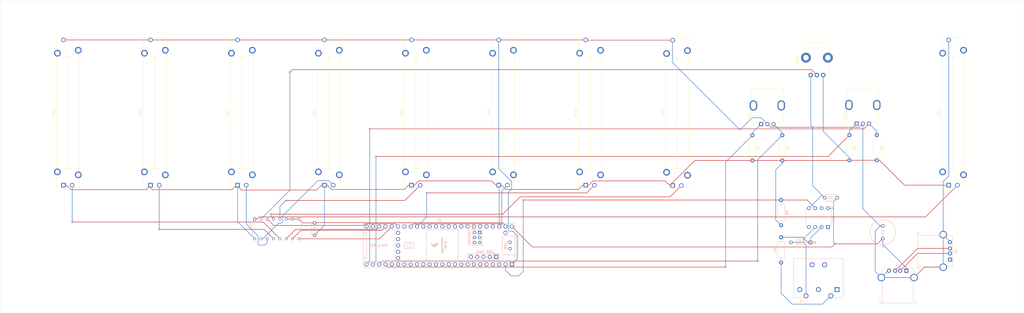
<source format=kicad_pcb>
(kicad_pcb (version 20240108) (generator "pcbnew") (generator_version "8.0")
  (layers (0 "F.Cu" signal) (31 "B.Cu" signal) (34 "B.Paste" user) (35 "F.Paste" user) (36 "B.SilkS" user "B.Silkscreen") (37 "F.SilkS" user "F.Silkscreen") (38 "B.Mask" user) (39 "F.Mask" user) (44 "Edge.Cuts" user))
  (net 0 "")
  (net 1 "GND")
  (net 2 "+5V")
  (net 3 "+3.3V")
  (net 4 "Net-(D1-K)")
  (net 5 "Net-(D1-A)")
  (net 8 "Net-(J1-Pad4)")
  (net 10 "Net-(J2-D+)")
  (net 11 "Net-(J2-D-)")
  (net 13 "Net-(U1-29_TX7)")
  (net 14 "Net-(U1-30_CRX3)")
  (net 15 "Net-(U1-31_CTX3)")
  (net 16 "Net-(U1-32_OUT1B)")
  (net 17 "Net-(U1-0_RX1_CRX2_CS1)")
  (net 18 "Net-(U3-X7)")
  (net 19 "Net-(U3-X6)")
  (net 20 "Net-(U3-X5)")
  (net 21 "Net-(U3-X4)")
  (net 22 "Net-(U3-X3)")
  (net 23 "Net-(U3-X2)")
  (net 24 "Net-(U3-X1)")
  (net 25 "Net-(U3-X0)")
  (net 26 "Net-(U1-40_A16)")
  (net 27 "Net-(U1-41_A17)")
  (net 34 "Net-(U1-35_TX8)")
  (net 36 "Net-(U1-20_A6_TX5_LRCLK1)")
  (net 40 "Net-(U1-19_A5_SCL)")
  (net 43 "Net-(U1-38_CS1_IN1)")
  (net 44 "Net-(U1-21_A7_RX5_BCLK1)")
  (net 47 "Net-(U1-13_SCK_LED)")
  (net 50 "Net-(U1-15_A1_RX3_SPDIF_IN)")
  (net 53 "Net-(U1-12_MISO_MQSL)")
  (net 55 "Net-(U1-8_TX2_IN1)")
  (net 56 "Net-(U1-7_RX2_OUT1A)")
  (net 58 "Net-(U1-11_MOSI_CTX1)")
  (net 59 "Net-(U1-36_CS)")
  (net 61 "Net-(U1-23_A9_CRX1_MCLK1)")
  (net 62 "Net-(U1-37_CS)")
  (net 67 "Net-(U1-6_OUT1D)")
  (net 69 "Net-(U1-10_CS_MQSR)")
  (net 71 "Net-(U1-18_A4_SDA)")
  (footprint "Resistor_THT:R_Axial_DIN0207_L6.3mm_D2.5mm_P10.16mm_Horizontal" (layer "F.Cu") (at 399.075 129.17 -90)
    (property "Reference" "R3")
    (property "Value" "10k")
  )
  (footprint "Resistor_THT:R_Axial_DIN0207_L6.3mm_D2.5mm_P10.16mm_Horizontal" (layer "F.Cu") (at 410.075 129.17 -90)
    (property "Reference" "R4")
    (property "Value" "10k")
  )
  (footprint "Potentiometer_THT:Potentiometer_Bourns_PTA4543_Single_Slide" (layer "F.Cu") (at 439 149.35 90)
    (property "Reference" "RV4")
    (property "Value" "Volume Input 10k")
  )
  (footprint "Potentiometer_THT:Potentiometer_Bourns_PTA4543_Single_Slide" (layer "F.Cu") (at 118.05 149.35 90)
    (property "Reference" "RV8")
    (property "Value" "Amp Envelope Sustain Input 10k")
  )
  (footprint "Resistor_THT:R_Axial_DIN0207_L6.3mm_D2.5mm_P10.16mm_Horizontal" (layer "F.Cu") (at 360.075 129.25 -90)
    (property "Reference" "R1")
    (property "Value" "10k")
  )
  (footprint "Potentiometer_THT:Potentiometer_Bourns_PTA4543_Single_Slide" (layer "F.Cu") (at 258.05 149.35 90)
    (property "Reference" "RV9")
    (property "Value" "Cutoff Input 10k")
  )
  (footprint "Potentiometer_THT:Potentiometer_Bourns_PTV09A-1_Single_Vertical" (layer "F.Cu") (at 388.5 105 90)
    (property "Reference" "RV2")
    (property "Value" "Oscillator Mix Input 10k")
  )
  (footprint "Potentiometer_THT:Potentiometer_Bourns_PTA4543_Single_Slide" (layer "F.Cu") (at 328 149.5 90)
    (property "Reference" "RV1")
    (property "Value" "Detune Input 10k")
  )
  (footprint "Potentiometer_THT:Potentiometer_Bourns_PTA4543_Single_Slide" (layer "F.Cu") (at 293.05 149.35 90)
    (property "Reference" "RV10")
    (property "Value" "Pulse Width Input 10k")
  )
  (footprint "Rotary_Encoder:RotaryEncoder_Bourns_Vertical_PEC12R-3x17F-Nxxxx" (layer "F.Cu") (at 401.975 124.55 90)
    (property "Reference" "SW1")
    (property "Value" "Oscillator A Waveform")
  )
  (footprint "Potentiometer_THT:Potentiometer_Bourns_PTA4543_Single_Slide" (layer "F.Cu") (at 153.05 149.35 90)
    (property "Reference" "RV7")
    (property "Value" "Amp Envelope Decay Input 10k")
  )
  (footprint "Rotary_Encoder:RotaryEncoder_Bourns_Vertical_PEC12R-3x17F-Nxxxx" (layer "F.Cu") (at 363.575 124.75 90)
    (property "Reference" "SW2")
    (property "Value" "Oscillator B Waveform")
  )
  (footprint "Resistor_THT:R_Axial_DIN0207_L6.3mm_D2.5mm_P10.16mm_Horizontal" (layer "F.Cu") (at 372.075 129.25 -90)
    (property "Reference" "R2")
    (property "Value" "10k")
  )
  (footprint "Potentiometer_THT:Potentiometer_Bourns_PTA4543_Single_Slide" (layer "F.Cu") (at 188 149.35 90)
    (property "Reference" "RV6")
    (property "Value" "Amp Envelope Attack Input 10k")
  )
  (footprint "Potentiometer_THT:Potentiometer_Bourns_PTA4543_Single_Slide" (layer "F.Cu") (at 223 149.35 90)
    (property "Reference" "RV3")
    (property "Value" "Resonance Input 10k")
  )
  (footprint "Potentiometer_THT:Potentiometer_Bourns_PTA4543_Single_Slide" (layer "F.Cu") (at 83.05 149.35 90)
    (property "Reference" "RV5")
    (property "Value" "Amp Envelope Release Input 10k")
  )
  (footprint "Diodes:DO-35_02_VIS" (layer "B.Cu") (at 383.3819 172.41 180)
    (property "Reference" "D1")
    (property "Value" "1N4148")
  )
  (footprint "Resistor_THT:R_Axial_DIN0207_L6.3mm_D2.5mm_P10.16mm_Horizontal" (layer "B.Cu") (at 371.595 170.33 -90)
    (property "Reference" "R5")
    (property "Value" "220")
  )
  (footprint "Through Hole Cap:radial_cap_med" (layer "B.Cu") (at 412.475 170.825 90)
    (property "Reference" "C2")
    (property "Value" "100 uF")
  )
  (footprint "Through Hole IC:CD4051BE" (layer "B.Cu") (at 168.81 166.97 -90)
    (property "Reference" "U3")
    (property "Value" "CD4051B")
  )
  (footprint "Through Hole Cap:radial_cap" (layer "B.Cu") (at 184 169.5 90)
    (property "Reference" "C3")
    (property "Value" "0.1 uF")
  )
  (footprint "Through Hole IC:6N138" (layer "B.Cu") (at 386.595 162.41 90)
    (property "Reference" "U4")
    (property "Value" "6N138")
  )
  (footprint "Through Hole Cap:radial_cap" (layer "B.Cu") (at 389.095 154.41)
    (property "Reference" "C1")
    (property "Value" "0.1 uF")
  )
  (footprint "Teensy:Teensy41" (layer "B.Cu") (at 234.11 173.62 180)
    (property "Reference" "U1")
    (property "Value" "Teensy4.1")
  )
  (footprint "Connectors:MIDI" (layer "B.Cu") (at 386.595 186.41)
    (property "Reference" "J1")
    (property "Value" "MIDI Input")
  )
  (footprint "Connector_USB:USB_A_Stewart_SS-52100-001_Horizontal" (layer "B.Cu") (at 439.485 179.325 90)
    (property "Reference" "J3")
    (property "Value" "USB Breakout")
  )
  (footprint "Connector_USB:USB_A_Stewart_SS-52100-001_Horizontal" (layer "B.Cu") (at 421.975 183.835 180)
    (property "Reference" "J2")
    (property "Value" "USB Input")
  )
  (footprint "Resistor_THT:R_Axial_DIN0207_L6.3mm_D2.5mm_P10.16mm_Horizontal" (layer "B.Cu") (at 371.595 165.49 90)
    (property "Reference" "R6")
    (property "Value" "470")
  )
  (gr_rect (start 57.55 74.8) (end 469.25 200.775) (stroke (width 0.05)) (fill none) (layer "Edge.Cuts"))
  (segment (start 327.925 90.925) (end 328 91) (width 0.5) (layer "F.Cu") (net 1))
  (segment (start 293.125 90.925) (end 293.05 90.85) (width 0.2) (layer "F.Cu") (net 1))
  (segment (start 177.7 163) (end 179.2 164.5) (width 0.2) (layer "F.Cu") (net 1))
  (segment (start 223 90.85) (end 188 90.85) (width 0.2) (layer "F.Cu") (net 1))
  (segment (start 175.16 163) (end 172.62 163) (width 0.2) (layer "F.Cu") (net 1))
  (segment (start 436.775 182.395) (end 429.195 182.395) (width 0.2) (layer "F.Cu") (net 1))
  (segment (start 260.78 165.685) (end 259.512 164.417) (width 0.2) (layer "F.Cu") (net 1))
  (segment (start 153.05 90.85) (end 118.05 90.85) (width 0.2) (layer "F.Cu") (net 1))
  (segment (start 327.925 90.925) (end 293.125 90.925) (width 0.2) (layer "F.Cu") (net 1))
  (segment (start 260.78 166) (end 260.78 165.685) (width 0.2) (layer "F.Cu") (net 1))
  (segment (start 83.05 90.85) (end 118.05 90.85) (width 0.2) (layer "F.Cu") (net 1))
  (segment (start 188 90.85) (end 153.05 90.85) (width 0.2) (layer "F.Cu") (net 1))
  (segment (start 293.05 90.85) (end 258.05 90.85) (width 0.2) (layer "F.Cu") (net 1))
  (segment (start 429.195 182.395) (end 425.045 186.545) (width 0.2) (layer "F.Cu") (net 1))
  (segment (start 184.083 164.417) (end 184 164.5) (width 0.2) (layer "F.Cu") (net 1))
  (segment (start 259.512 164.417) (end 184.083 164.417) (width 0.2) (layer "F.Cu") (net 1))
  (segment (start 177.7 163) (end 175.16 163) (width 0.2) (layer "F.Cu") (net 1))
  (segment (start 258.05 90.85) (end 223 90.85) (width 0.2) (layer "F.Cu") (net 1))
  (segment (start 425.045 186.545) (end 411.905 186.545) (width 0.2) (layer "F.Cu") (net 1))
  (segment (start 179.2 164.5) (end 184 164.5) (width 0.2) (layer "F.Cu") (net 1))
  (segment (start 327.85 90.85) (end 327.925 90.925) (width 0.5) (layer "F.Cu") (net 1))
  (segment (start 384.286 126.048) (end 402.977 126.048) (width 0.2) (layer "F.Cu") (net 1))
  (segment (start 367.373 126.048) (end 384.286 126.048) (width 0.2) (layer "F.Cu") (net 1))
  (segment (start 366.075 124.75) (end 367.373 126.048) (width 0.2) (layer "F.Cu") (net 1))
  (segment (start 402.977 126.048) (end 404.475 124.55) (width 0.2) (layer "F.Cu") (net 1))
  (via (at 384.286 126.048) (size 0.6) (drill 0.3) (layers "F.Cu" "B.Cu") (net 1))
  (segment (start 411.461 165.825) (end 409.425 167.861) (width 0.2) (layer "B.Cu") (net 1))
  (segment (start 263.25 150.875) (end 263.25 147.911) (width 0.2) (layer "B.Cu") (net 1))
  (segment (start 439 145.7) (end 436.775 147.925) (width 0.2) (layer "B.Cu") (net 1))
  (segment (start 258.05 142.711) (end 258.05 90.85) (width 0.2) (layer "B.Cu") (net 1))
  (segment (start 388.035 153.35) (end 389.095 154.41) (width 0.2) (layer "B.Cu") (net 1))
  (segment (start 263.32 181.24) (end 265.45 179.11) (width 0.2) (layer "B.Cu") (net 1))
  (segment (start 261.9 166.014) (end 261.886 166) (width 0.2) (layer "B.Cu") (net 1))
  (segment (start 436.775 147.925) (end 436.775 169.255) (width 0.2) (layer "B.Cu") (net 1))
  (segment (start 355.075 127.075) (end 359.95 122.2) (width 0.2) (layer "B.Cu") (net 1))
  (segment (start 262.475 167.875) (end 261.9 167.3) (width 0.2) (layer "B.Cu") (net 1))
  (segment (start 327.85 90.85) (end 327.925 90.925) (width 0.2) (layer "B.Cu") (net 1))
  (segment (start 359.95 122.2) (end 363.525 122.2) (width 0.2) (layer "B.Cu") (net 1))
  (segment (start 411.461 165.825) (end 412.475 165.825) (width 0.2) (layer "B.Cu") (net 1))
  (segment (start 265.45 179.11) (end 265.45 169.564) (width 0.2) (layer "B.Cu") (net 1))
  (segment (start 261.9 167.3) (end 261.9 166.014) (width 0.2) (layer "B.Cu") (net 1))
  (segment (start 388.035 153.35) (end 382.785 158.6) (width 0.2) (layer "B.Cu") (net 1))
  (segment (start 327.925 90.925) (end 328 91) (width 0.2) (layer "B.Cu") (net 1))
  (segment (start 383.5 125.262) (end 384.286 126.048) (width 0.2) (layer "B.Cu") (net 1))
  (segment (start 263.761 167.875) (end 262.475 167.875) (width 0.2) (layer "B.Cu") (net 1))
  (segment (start 363.525 122.2) (end 366.075 124.75) (width 0.2) (layer "B.Cu") (net 1))
  (segment (start 411.905 186.545) (end 414.615 183.835) (width 0.2) (layer "B.Cu") (net 1))
  (segment (start 327.925 99.925) (end 355.075 127.075) (width 0.2) (layer "B.Cu") (net 1))
  (segment (start 436.775 169.255) (end 439.485 171.965) (width 0.2) (layer "B.Cu") (net 1))
  (segment (start 265.45 169.564) (end 263.761 167.875) (width 0.2) (layer "B.Cu") (net 1))
  (segment (start 409.425 167.861) (end 409.425 184.065) (width 0.2) (layer "B.Cu") (net 1))
  (segment (start 414.615 183.835) (end 414.975 183.835) (width 0.2) (layer "B.Cu") (net 1))
  (segment (start 404.475 158.839) (end 411.461 165.825) (width 0.2) (layer "B.Cu") (net 1))
  (segment (start 439.485 171.965) (end 439.485 172.325) (width 0.2) (layer "B.Cu") (net 1))
  (segment (start 409.425 184.065) (end 411.905 186.545) (width 0.2) (layer "B.Cu") (net 1))
  (segment (start 384.286 149.601) (end 388.035 153.35) (width 0.2) (layer "B.Cu") (net 1))
  (segment (start 261.886 152.239) (end 263.25 150.875) (width 0.2) (layer "B.Cu") (net 1))
  (segment (start 263.25 147.911) (end 258.05 142.711) (width 0.2) (layer "B.Cu") (net 1))
  (segment (start 384.286 126.048) (end 384.286 149.601) (width 0.2) (layer "B.Cu") (net 1))
  (segment (start 327.925 90.925) (end 327.925 99.925) (width 0.2) (layer "B.Cu") (net 1))
  (segment (start 261.886 166) (end 261.886 152.239) (width 0.2) (layer "B.Cu") (net 1))
  (segment (start 260.78 166) (end 261.886 166) (width 0.2) (layer "B.Cu") (net 1))
  (segment (start 383.5 105) (end 383.5 125.262) (width 0.2) (layer "B.Cu") (net 1))
  (segment (start 439 90.85) (end 439 145.7) (width 0.2) (layer "B.Cu") (net 1))
  (segment (start 404.475 124.55) (end 404.475 158.839) (width 0.2) (layer "B.Cu") (net 1))
  (segment (start 436.775 182.395) (end 436.775 169.255) (width 0.2) (layer "B.Cu") (net 1))
  (segment (start 391.988 174.25) (end 393.24 172.998) (width 0.2) (layer "F.Cu") (net 2))
  (segment (start 393.24 172.998) (end 410.302 172.998) (width 0.2) (layer "F.Cu") (net 2))
  (segment (start 271.57 174.25) (end 391.988 174.25) (width 0.2) (layer "F.Cu") (net 2))
  (segment (start 263.32 166) (end 271.57 174.25) (width 0.2) (layer "F.Cu") (net 2))
  (segment (start 410.302 172.998) (end 412.475 170.825) (width 0.2) (layer "F.Cu") (net 2))
  (via (at 393.24 172.998) (size 0.6) (drill 0.3) (layers "F.Cu" "B.Cu") (net 2))
  (segment (start 392.66 158.6) (end 392.66 172.418) (width 0.2) (layer "B.Cu") (net 2))
  (segment (start 392.66 158.6) (end 390.405 158.6) (width 0.2) (layer "B.Cu") (net 2))
  (segment (start 392.66 172.418) (end 393.24 172.998) (width 0.2) (layer "B.Cu") (net 2))
  (segment (start 421.975 183.835) (end 421.975 182.733) (width 0.2) (layer "B.Cu") (net 2))
  (segment (start 392.66 155.846) (end 392.66 158.6) (width 0.2) (layer "B.Cu") (net 2))
  (segment (start 412.475 173.233) (end 412.475 170.825) (width 0.2) (layer "B.Cu") (net 2))
  (segment (start 394.095 154.41) (end 392.66 155.846) (width 0.2) (layer "B.Cu") (net 2))
  (segment (start 421.975 182.733) (end 412.475 173.233) (width 0.2) (layer "B.Cu") (net 2))
  (segment (start 118.05 149.35) (end 118.05 150.475) (width 0.2) (layer "F.Cu") (net 3))
  (segment (start 190.877 151.05) (end 189.177 149.35) (width 0.2) (layer "F.Cu") (net 3))
  (segment (start 360.075 139.41) (end 372.075 139.41) (width 0.2) (layer "F.Cu") (net 3))
  (segment (start 224.177 149.35) (end 225.902 147.625) (width 0.2) (layer "F.Cu") (net 3))
  (segment (start 328 149.5) (end 326.823 149.5) (width 0.2) (layer "F.Cu") (net 3))
  (segment (start 225.902 147.625) (end 255.148 147.625) (width 0.2) (layer "F.Cu") (net 3))
  (segment (start 294.227 149.35) (end 295.952 147.625) (width 0.2) (layer "F.Cu") (net 3))
  (segment (start 260.952 151.075) (end 259.227 149.35) (width 0.2) (layer "F.Cu") (net 3))
  (segment (start 336.913 139.41) (end 360.075 139.41) (width 0.2) (layer "F.Cu") (net 3))
  (segment (start 86.0267 151.15) (end 116.525 151.15) (width 0.2) (layer "F.Cu") (net 3))
  (segment (start 154.625 151.325) (end 152.65 149.35) (width 0.2) (layer "F.Cu") (net 3))
  (segment (start 293.05 149.35) (end 291.873 149.35) (width 0.2) (layer "F.Cu") (net 3))
  (segment (start 223 149.35) (end 224.177 149.35) (width 0.2) (layer "F.Cu") (net 3))
  (segment (start 116.525 151.15) (end 116.525 150.875) (width 0.2) (layer "F.Cu") (net 3))
  (segment (start 184.848 151.325) (end 154.625 151.325) (width 0.2) (layer "F.Cu") (net 3))
  (segment (start 293.05 149.35) (end 294.227 149.35) (width 0.2) (layer "F.Cu") (net 3))
  (segment (start 116.525 150.875) (end 118.05 149.35) (width 0.2) (layer "F.Cu") (net 3))
  (segment (start 411.177 139.33) (end 421.197 149.35) (width 0.2) (layer "F.Cu") (net 3))
  (segment (start 223 149.35) (end 221.823 149.35) (width 0.2) (layer "F.Cu") (net 3))
  (segment (start 255.148 147.625) (end 256.873 149.35) (width 0.2) (layer "F.Cu") (net 3))
  (segment (start 410.075 139.33) (end 411.177 139.33) (width 0.2) (layer "F.Cu") (net 3))
  (segment (start 152.65 149.35) (end 153.05 149.35) (width 0.5) (layer "F.Cu") (net 3))
  (segment (start 259.227 149.35) (end 258.05 149.35) (width 0.2) (layer "F.Cu") (net 3))
  (segment (start 291.873 149.35) (end 290.148 151.075) (width 0.2) (layer "F.Cu") (net 3))
  (segment (start 86.0267 151.15) (end 84.2267 149.35) (width 0.2) (layer "F.Cu") (net 3))
  (segment (start 295.952 147.625) (end 324.948 147.625) (width 0.2) (layer "F.Cu") (net 3))
  (segment (start 220.123 151.05) (end 190.877 151.05) (width 0.2) (layer "F.Cu") (net 3))
  (segment (start 118.05 150.475) (end 118.725 151.15) (width 0.2) (layer "F.Cu") (net 3))
  (segment (start 188 149.35) (end 186.823 149.35) (width 0.2) (layer "F.Cu") (net 3))
  (segment (start 372.075 139.41) (end 397.893 139.41) (width 0.2) (layer "F.Cu") (net 3))
  (segment (start 150.85 151.15) (end 152.65 149.35) (width 0.2) (layer "F.Cu") (net 3))
  (segment (start 118.725 151.15) (end 150.85 151.15) (width 0.2) (layer "F.Cu") (net 3))
  (segment (start 256.873 149.35) (end 258.05 149.35) (width 0.2) (layer "F.Cu") (net 3))
  (segment (start 410.075 139.33) (end 399.075 139.33) (width 0.2) (layer "F.Cu") (net 3))
  (segment (start 186.823 149.35) (end 184.848 151.325) (width 0.2) (layer "F.Cu") (net 3))
  (segment (start 290.148 151.075) (end 260.952 151.075) (width 0.2) (layer "F.Cu") (net 3))
  (segment (start 324.948 147.625) (end 326.823 149.5) (width 0.2) (layer "F.Cu") (net 3))
  (segment (start 189.177 149.35) (end 188 149.35) (width 0.2) (layer "F.Cu") (net 3))
  (segment (start 84.2267 149.35) (end 83.05 149.35) (width 0.2) (layer "F.Cu") (net 3))
  (segment (start 421.197 149.35) (end 439 149.35) (width 0.2) (layer "F.Cu") (net 3))
  (segment (start 221.823 149.35) (end 220.123 151.05) (width 0.2) (layer "F.Cu") (net 3))
  (segment (start 397.893 139.41) (end 397.973 139.33) (width 0.2) (layer "F.Cu") (net 3))
  (segment (start 397.973 139.33) (end 399.075 139.33) (width 0.2) (layer "F.Cu") (net 3))
  (segment (start 326.823 149.5) (end 336.913 139.41) (width 0.2) (layer "F.Cu") (net 3))
  (segment (start 388.5 127.653) (end 388.5 105) (width 0.2) (layer "B.Cu") (net 3))
  (segment (start 258.05 150.527) (end 258.24 150.717) (width 0.2) (layer "B.Cu") (net 3))
  (segment (start 153.05 164.07) (end 159.92 170.94) (width 0.2) (layer "B.Cu") (net 3))
  (segment (start 258.05 149.35) (end 258.05 150.527) (width 0.2) (layer "B.Cu") (net 3))
  (segment (start 399.075 138.228) (end 388.5 127.653) (width 0.2) (layer "B.Cu") (net 3))
  (segment (start 258.24 150.717) (end 258.24 166) (width 0.2) (layer "B.Cu") (net 3))
  (segment (start 153.05 149.35) (end 153.05 164.07) (width 0.2) (layer "B.Cu") (net 3))
  (segment (start 188 149.35) (end 188 165.5) (width 0.2) (layer "B.Cu") (net 3))
  (segment (start 399.075 139.33) (end 399.075 138.228) (width 0.2) (layer "B.Cu") (net 3))
  (segment (start 369.45 143.137) (end 369.45 163.345) (width 0.2) (layer "B.Cu") (net 3))
  (segment (start 372.075 140.512) (end 369.45 143.137) (width 0.2) (layer "B.Cu") (net 3))
  (segment (start 369.45 163.345) (end 371.595 165.49) (width 0.2) (layer "B.Cu") (net 3))
  (segment (start 372.075 139.41) (end 372.075 140.512) (width 0.2) (layer "B.Cu") (net 3))
  (segment (start 188 165.5) (end 184 169.5) (width 0.2) (layer "B.Cu") (net 3))
  (segment (start 382.382 172.41) (end 383.3819 172.41) (width 0.2) (layer "F.Cu") (net 4))
  (segment (start 371.595 170.33) (end 380.302 170.33) (width 0.2) (layer "F.Cu") (net 4))
  (segment (start 383.382 172.41) (end 383.3819 172.41) (width 0.2) (layer "F.Cu") (net 4))
  (segment (start 380.302 170.33) (end 382.382 172.41) (width 0.2) (layer "F.Cu") (net 4))
  (segment (start 387.865 166.22) (end 383.382 170.703) (width 0.2) (layer "B.Cu") (net 4))
  (segment (start 383.382 170.703) (end 383.382 172.41) (width 0.2) (layer "B.Cu") (net 4))
  (segment (start 383.3819 172.41) (end 383.382 172.41) (width 0.2) (layer "B.Cu") (net 4))
  (segment (start 380.645 172.41) (end 381.595 173.36) (width 0.2) (layer "B.Cu") (net 5))
  (segment (start 380.645 172.41) (end 375.559 172.41) (width 0.2) (layer "B.Cu") (net 5))
  (segment (start 380.645 170.9) (end 380.645 172.41) (width 0.2) (layer "B.Cu") (net 5))
  (segment (start 381.595 173.36) (end 381.595 193.91) (width 0.2) (layer "B.Cu") (net 5))
  (segment (start 385.325 166.22) (end 380.645 170.9) (width 0.2) (layer "B.Cu") (net 5))
  (segment (start 375.559 172.41) (end 375.5587 172.41) (width 0.2) (layer "B.Cu") (net 5))
  (segment (start 376.025 197.275) (end 388.23 197.275) (width 0.2) (layer "B.Cu") (net 8))
  (segment (start 371.595 180.49) (end 371.595 192.845) (width 0.2) (layer "B.Cu") (net 8))
  (segment (start 371.595 192.845) (end 376.025 197.275) (width 0.2) (layer "B.Cu") (net 8))
  (segment (start 388.23 197.275) (end 391.595 193.91) (width 0.2) (layer "B.Cu") (net 8))
  (segment (start 426.485 174.825) (end 439.485 174.825) (width 0.2) (layer "F.Cu") (net 10))
  (segment (start 417.475 183.835) (end 426.485 174.825) (width 0.2) (layer "F.Cu") (net 10))
  (segment (start 419.475 183.835) (end 426.485 176.825) (width 0.2) (layer "F.Cu") (net 11))
  (segment (start 426.485 176.825) (end 439.485 176.825) (width 0.2) (layer "F.Cu") (net 11))
  (segment (start 212.52 181.24) (end 213.622 182.342) (width 0.2) (layer "F.Cu") (net 13))
  (segment (start 213.622 182.342) (end 349.284 182.342) (width 0.2) (layer "F.Cu") (net 13))
  (via (at 349.284 182.342) (size 0.6) (drill 0.3) (layers "F.Cu" "B.Cu") (net 13))
  (segment (start 349.284 140.041) (end 349.284 182.342) (width 0.2) (layer "B.Cu") (net 13))
  (segment (start 363.575 124.75) (end 360.075 128.25) (width 0.2) (layer "B.Cu") (net 13))
  (segment (start 360.075 129.25) (end 349.284 140.041) (width 0.2) (layer "B.Cu") (net 13))
  (segment (start 360.075 128.25) (end 360.075 129.25) (width 0.2) (layer "B.Cu") (net 13))
  (segment (start 211.308 179.912) (end 209.98 181.24) (width 0.2) (layer "F.Cu") (net 14))
  (segment (start 362.186 179.912) (end 211.308 179.912) (width 0.2) (layer "F.Cu") (net 14))
  (via (at 362.186 179.912) (size 0.6) (drill 0.3) (layers "F.Cu" "B.Cu") (net 14))
  (segment (start 362.186 139.139) (end 362.186 179.912) (width 0.2) (layer "B.Cu") (net 14))
  (segment (start 372.075 129.25) (end 362.186 139.139) (width 0.2) (layer "B.Cu") (net 14))
  (segment (start 368.575 124.75) (end 372.075 128.25) (width 0.2) (layer "B.Cu") (net 14))
  (segment (start 372.075 128.25) (end 372.075 129.25) (width 0.2) (layer "B.Cu") (net 14))
  (segment (start 390.46 137.785) (end 208.704 137.785) (width 0.2) (layer "F.Cu") (net 15))
  (segment (start 399.075 129.17) (end 390.46 137.785) (width 0.2) (layer "F.Cu") (net 15))
  (via (at 208.704 137.785) (size 0.6) (drill 0.3) (layers "F.Cu" "B.Cu") (net 15))
  (segment (start 208.704 179.976) (end 208.704 137.785) (width 0.2) (layer "B.Cu") (net 15))
  (segment (start 207.44 181.24) (end 208.704 179.976) (width 0.2) (layer "B.Cu") (net 15))
  (segment (start 401.975 124.55) (end 399.075 127.45) (width 0.2) (layer "B.Cu") (net 15))
  (segment (start 399.075 127.45) (end 399.075 129.17) (width 0.2) (layer "B.Cu") (net 15))
  (segment (start 404.868 126.657) (end 206.17 126.657) (width 0.2) (layer "F.Cu") (net 16))
  (segment (start 406.975 124.55) (end 404.868 126.657) (width 0.2) (layer "F.Cu") (net 16))
  (via (at 206.17 126.657) (size 0.6) (drill 0.3) (layers "F.Cu" "B.Cu") (net 16))
  (segment (start 406.975 124.55) (end 410.075 127.65) (width 0.2) (layer "B.Cu") (net 16))
  (segment (start 410.075 127.65) (end 410.075 129.17) (width 0.2) (layer "B.Cu") (net 16))
  (segment (start 204.9 181.24) (end 206.17 179.97) (width 0.2) (layer "B.Cu") (net 16))
  (segment (start 206.17 179.97) (end 206.17 126.657) (width 0.2) (layer "B.Cu") (net 16))
  (segment (start 382.055 155.33) (end 385.325 158.6) (width 0.2) (layer "F.Cu") (net 17))
  (segment (start 267.89 155.33) (end 371.595 155.33) (width 0.2) (layer "F.Cu") (net 17))
  (segment (start 371.595 155.33) (end 382.055 155.33) (width 0.2) (layer "F.Cu") (net 17))
  (via (at 267.89 155.33) (size 0.6) (drill 0.3) (layers "F.Cu" "B.Cu") (net 17))
  (segment (start 266.125 185.875) (end 267.89 184.11) (width 0.2) (layer "B.Cu") (net 17))
  (segment (start 260.78 181.24) (end 260.78 183.655) (width 0.2) (layer "B.Cu") (net 17))
  (segment (start 260.78 183.655) (end 263 185.875) (width 0.2) (layer "B.Cu") (net 17))
  (segment (start 267.89 184.11) (end 267.89 155.33) (width 0.2) (layer "B.Cu") (net 17))
  (segment (start 263 185.875) (end 266.125 185.875) (width 0.2) (layer "B.Cu") (net 17))
  (segment (start 259.685 161.026) (end 266.677 154.034) (width 0.2) (layer "F.Cu") (net 18))
  (segment (start 166.508 161.026) (end 259.685 161.026) (width 0.2) (layer "F.Cu") (net 18))
  (segment (start 326.966 154.034) (end 331.5 149.5) (width 0.2) (layer "F.Cu") (net 18))
  (segment (start 266.677 154.034) (end 326.966 154.034) (width 0.2) (layer "F.Cu") (net 18))
  (via (at 166.508 161.026) (size 0.6) (drill 0.3) (layers "F.Cu" "B.Cu") (net 18))
  (segment (start 167.54 163) (end 166.508 161.968) (width 0.2) (layer "B.Cu") (net 18))
  (segment (start 166.508 161.968) (end 166.508 161.026) (width 0.2) (layer "B.Cu") (net 18))
  (segment (start 175.047 102.825) (end 174.08 103.792) (width 0.2) (layer "F.Cu") (net 19))
  (segment (start 386 105) (end 383.825 102.825) (width 0.2) (layer "F.Cu") (net 19))
  (segment (start 383.825 102.825) (end 175.047 102.825) (width 0.2) (layer "F.Cu") (net 19))
  (via (at 174.08 103.792) (size 0.6) (drill 0.3) (layers "F.Cu" "B.Cu") (net 19))
  (segment (start 174.08 151.38) (end 174.08 103.792) (width 0.2) (layer "B.Cu") (net 19))
  (segment (start 162.46 163) (end 174.08 151.38) (width 0.2) (layer "B.Cu") (net 19))
  (segment (start 220.358 155.492) (end 172.465 155.492) (width 0.2) (layer "F.Cu") (net 20))
  (segment (start 226.5 149.35) (end 220.358 155.492) (width 0.2) (layer "F.Cu") (net 20))
  (via (at 172.465 155.492) (size 0.6) (drill 0.3) (layers "F.Cu" "B.Cu") (net 20))
  (segment (start 172.465 155.492) (end 170.08 157.878) (width 0.2) (layer "B.Cu") (net 20))
  (segment (start 170.08 157.878) (end 170.08 163) (width 0.2) (layer "B.Cu") (net 20))
  (segment (start 161.653 162.133) (end 429.717 162.133) (width 0.2) (layer "F.Cu") (net 21))
  (segment (start 159.92 163) (end 160.787 163) (width 0.2) (layer "F.Cu") (net 21))
  (segment (start 160.787 163) (end 161.653 162.133) (width 0.2) (layer "F.Cu") (net 21))
  (segment (start 429.717 162.133) (end 442.5 149.35) (width 0.2) (layer "F.Cu") (net 21))
  (segment (start 163.335 164.195) (end 170.08 170.94) (width 0.2) (layer "F.Cu") (net 22))
  (segment (start 86.55 164.195) (end 163.335 164.195) (width 0.2) (layer "F.Cu") (net 22))
  (via (at 86.55 164.195) (size 0.6) (drill 0.3) (layers "F.Cu" "B.Cu") (net 22))
  (segment (start 86.55 149.35) (end 86.55 164.195) (width 0.2) (layer "B.Cu") (net 22))
  (segment (start 191.5 149.35) (end 189.6 147.45) (width 0.2) (layer "B.Cu") (net 23))
  (segment (start 187.525 147.45) (end 187.10634 147.45) (width 0.2) (layer "B.Cu") (net 23))
  (segment (start 169.4875 164.7125) (end 170.5875 164.7125) (width 0.2) (layer "B.Cu") (net 23))
  (segment (start 185.475 147.45) (end 187.10634 147.45) (width 0.2) (layer "B.Cu") (net 23))
  (segment (start 170.5875 164.7125) (end 171.214147 164.085853) (width 0.2) (layer "B.Cu") (net 23))
  (segment (start 162.46 170.94) (end 163.26 170.94) (width 0.2) (layer "B.Cu") (net 23))
  (segment (start 171.214147 164.085853) (end 171.214147 161.710853) (width 0.2) (layer "B.Cu") (net 23))
  (segment (start 171.214147 161.710853) (end 185.475 147.45) (width 0.2) (layer "B.Cu") (net 23))
  (segment (start 163.26 170.94) (end 169.4875 164.7125) (width 0.2) (layer "B.Cu") (net 23))
  (segment (start 189.6 147.45) (end 187.525 147.45) (width 0.2) (layer "B.Cu") (net 23))
  (segment (start 165 172.475) (end 164 173.475) (width 0.2) (layer "B.Cu") (net 24))
  (segment (start 161.675 173.475) (end 161.25 173.05) (width 0.2) (layer "B.Cu") (net 24))
  (segment (start 161.25 173.05) (end 161.25 169.75) (width 0.2) (layer "B.Cu") (net 24))
  (segment (start 156.55 165.05) (end 156.55 149.35) (width 0.2) (layer "B.Cu") (net 24))
  (segment (start 164 173.475) (end 161.675 173.475) (width 0.2) (layer "B.Cu") (net 24))
  (segment (start 165 170.94) (end 165 172.475) (width 0.2) (layer "B.Cu") (net 24))
  (segment (start 161.25 169.75) (end 156.55 165.05) (width 0.2) (layer "B.Cu") (net 24))
  (segment (start 167.54 170.94) (end 163.729 167.129) (width 0.2) (layer "F.Cu") (net 25))
  (segment (start 163.729 167.129) (end 121.55 167.129) (width 0.2) (layer "F.Cu") (net 25))
  (via (at 121.55 167.129) (size 0.6) (drill 0.3) (layers "F.Cu" "B.Cu") (net 25))
  (segment (start 121.55 149.35) (end 121.55 167.129) (width 0.2) (layer "B.Cu") (net 25))
  (segment (start 259.143 164.898) (end 259.29 165.046) (width 0.2) (layer "F.Cu") (net 26))
  (segment (start 222.68 166) (end 223.782 164.898) (width 0.2) (layer "F.Cu") (net 26))
  (segment (start 223.782 164.898) (end 259.143 164.898) (width 0.2) (layer "F.Cu") (net 26))
  (via (at 259.29 165.046) (size 0.6) (drill 0.3) (layers "F.Cu" "B.Cu") (net 26))
  (segment (start 259.29 151.61) (end 259.29 165.046) (width 0.2) (layer "B.Cu") (net 26))
  (segment (start 261.55 149.35) (end 259.29 151.61) (width 0.2) (layer "B.Cu") (net 26))
  (segment (start 296.55 149.35) (end 293.444 152.456) (width 0.2) (layer "F.Cu") (net 27))
  (segment (start 293.444 152.456) (end 229.076 152.456) (width 0.2) (layer "F.Cu") (net 27))
  (via (at 229.076 152.456) (size 0.6) (drill 0.3) (layers "F.Cu" "B.Cu") (net 27))
  (segment (start 229.076 162.144) (end 229.076 152.456) (width 0.2) (layer "B.Cu") (net 27))
  (segment (start 225.22 166) (end 229.076 162.144) (width 0.2) (layer "B.Cu") (net 27))
  (segment (start 209.98 166) (end 208.838 167.142) (width 0.2) (layer "F.Cu") (net 34))
  (segment (start 208.838 167.142) (end 176.418 167.142) (width 0.2) (layer "F.Cu") (net 34))
  (segment (start 176.418 167.142) (end 172.62 170.94) (width 0.2) (layer "F.Cu") (net 34))
  (segment (start 204.444 164.898) (end 216.498 164.898) (width 0.2) (layer "F.Cu") (net 43))
  (segment (start 165 163) (end 167.548 165.548) (width 0.2) (layer "F.Cu") (net 43))
  (segment (start 203.794 165.548) (end 204.444 164.898) (width 0.2) (layer "F.Cu") (net 43))
  (segment (start 216.498 164.898) (end 217.6 166) (width 0.2) (layer "F.Cu") (net 43))
  (segment (start 167.548 165.548) (end 203.794 165.548) (width 0.2) (layer "F.Cu") (net 43))
  (segment (start 175.16 170.94) (end 178.556 167.544) (width 0.2) (layer "F.Cu") (net 59))
  (segment (start 210.976 167.544) (end 212.52 166) (width 0.2) (layer "F.Cu") (net 59))
  (segment (start 178.556 167.544) (end 210.976 167.544) (width 0.2) (layer "F.Cu") (net 59))
  (segment (start 210.12 170.94) (end 177.7 170.94) (width 0.2) (layer "F.Cu") (net 62))
  (segment (start 215.06 166) (end 210.12 170.94) (width 0.2) (layer "F.Cu") (net 62))
)
</source>
